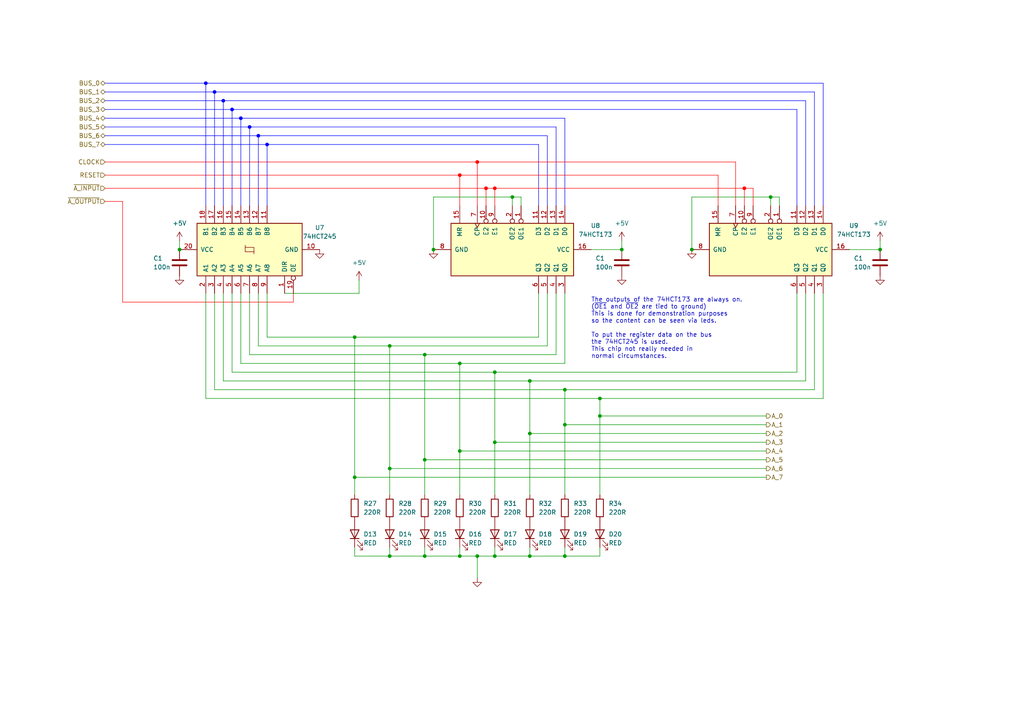
<source format=kicad_sch>
(kicad_sch (version 20230121) (generator eeschema)
  (paper "A4")
  (title_block (title "8-bit CPU") (date "2023-11-28") (rev "1.0") (company "TBR Designs"))
  (lib_symbols
    (symbol "01_my_library:74HCT245" (pin_names (offset 1.016))
      (property "Reference" "U" (at -7.62 16.51 0))
      (property "Value" "74HCT245" (at -7.62 -17.78 0))
      (symbol "74HCT245_1_0"
        (polyline (pts (xy -0.635 -1.27) (xy -0.635 1.27) (xy 0.635 1.27)))
        (polyline (pts (xy -1.27 -1.27) (xy 0.635 -1.27) (xy 0.635 1.27) (xy 1.27 1.27)))
        (pin input line (at -12.7 -10.16 0) (length 5.08) (name "DIR") (number "1"))
        (pin power_in line (at 0 -20.32 90) (length 5.08) (name "GND") (number "10"))
        (pin tri_state line (at 12.7 -5.08 180) (length 5.08) (name "B8") (number "11"))
        (pin tri_state line (at 12.7 -2.54 180) (length 5.08) (name "B7") (number "12"))
        (pin tri_state line (at 12.7 0 180) (length 5.08) (name "B6") (number "13"))
        (pin tri_state line (at 12.7 2.54 180) (length 5.08) (name "B5") (number "14"))
        (pin tri_state line (at 12.7 5.08 180) (length 5.08) (name "B4") (number "15"))
        (pin tri_state line (at 12.7 7.62 180) (length 5.08) (name "B3") (number "16"))
        (pin tri_state line (at 12.7 10.16 180) (length 5.08) (name "B2") (number "17"))
        (pin tri_state line (at 12.7 12.7 180) (length 5.08) (name "B1") (number "18"))
        (pin input inverted (at -12.7 -12.7 0) (length 5.08) (name "OE") (number "19"))
        (pin tri_state line (at -12.7 12.7 0) (length 5.08) (name "A1") (number "2"))
        (pin power_in line (at 0 20.32 270) (length 5.08) (name "VCC") (number "20"))
        (pin tri_state line (at -12.7 10.16 0) (length 5.08) (name "A2") (number "3"))
        (pin tri_state line (at -12.7 7.62 0) (length 5.08) (name "A3") (number "4"))
        (pin tri_state line (at -12.7 5.08 0) (length 5.08) (name "A4") (number "5"))
        (pin tri_state line (at -12.7 2.54 0) (length 5.08) (name "A5") (number "6"))
        (pin tri_state line (at -12.7 0 0) (length 5.08) (name "A6") (number "7"))
        (pin tri_state line (at -12.7 -2.54 0) (length 5.08) (name "A7") (number "8"))
        (pin tri_state line (at -12.7 -5.08 0) (length 5.08) (name "A8") (number "9"))
      )
      (symbol "74HCT245_1_1"
        (rectangle (start -7.62 15.24) (end 7.62 -15.24) (stroke (width 0.254)) (fill (type background)))
      )
    )
    (symbol "74xx:74LS173" (pin_names (offset 1.016))
      (property "Reference" "U" (at -7.62 19.05 0))
      (property "Value" "74LS173" (at -7.62 -19.05 0))
      (symbol "74LS173_1_0"
        (pin input inverted (at -12.7 2.54 0) (length 5.08) (name "OE1") (number "1"))
        (pin input inverted (at -12.7 -7.62 0) (length 5.08) (name "E2") (number "10"))
        (pin input line (at -12.7 7.62 0) (length 5.08) (name "D3") (number "11"))
        (pin input line (at -12.7 10.16 0) (length 5.08) (name "D2") (number "12"))
        (pin input line (at -12.7 12.7 0) (length 5.08) (name "D1") (number "13"))
        (pin input line (at -12.7 15.24 0) (length 5.08) (name "D0") (number "14"))
        (pin input line (at -12.7 -15.24 0) (length 5.08) (name "MR") (number "15"))
        (pin power_in line (at 0 22.86 270) (length 5.08) (name "VCC") (number "16"))
        (pin input inverted (at -12.7 0 0) (length 5.08) (name "OE2") (number "2"))
        (pin tri_state line (at 12.7 15.24 180) (length 5.08) (name "Q0") (number "3"))
        (pin tri_state line (at 12.7 12.7 180) (length 5.08) (name "Q1") (number "4"))
        (pin tri_state line (at 12.7 10.16 180) (length 5.08) (name "Q2") (number "5"))
        (pin tri_state line (at 12.7 7.62 180) (length 5.08) (name "Q3") (number "6"))
        (pin input clock (at -12.7 -10.16 0) (length 5.08) (name "CP") (number "7"))
        (pin power_in line (at 0 -22.86 90) (length 5.08) (name "GND") (number "8"))
        (pin input inverted (at -12.7 -5.08 0) (length 5.08) (name "E1") (number "9"))
      )
      (symbol "74LS173_1_1"
        (rectangle (start -7.62 17.78) (end 7.62 -17.78) (stroke (width 0.254)) (fill (type background)))
      )
    )
    (symbol "Device:C" (pin_numbers hide) (pin_names (offset 0.254))
      (property "Reference" "C" (at 0.635 2.54 0))
      (property "Value" "C" (at 0.635 -2.54 0))
      (symbol "C_0_1"
        (polyline (pts (xy -2.032 -0.762) (xy 2.032 -0.762)) (stroke (width 0.508)))
        (polyline (pts (xy -2.032 0.762) (xy 2.032 0.762)) (stroke (width 0.508)))
      )
      (symbol "C_1_1"
        (pin passive line (at 0 3.81 270) (length 2.794) (name "~") (number "1"))
        (pin passive line (at 0 -3.81 90) (length 2.794) (name "~") (number "2"))
      )
    )
    (symbol "Device:LED" (pin_numbers hide) (pin_names (offset 1.016) hide)
      (property "Reference" "D" (at 0 2.54 0))
      (property "Value" "LED" (at 0 -2.54 0))
      (symbol "LED_0_1"
        (polyline (pts (xy -1.27 -1.27) (xy -1.27 1.27)) (stroke (width 0.254)))
        (polyline (pts (xy -1.27 0) (xy 1.27 0)))
        (polyline (pts (xy 1.27 -1.27) (xy 1.27 1.27) (xy -1.27 0) (xy 1.27 -1.27)) (stroke (width 0.254)))
        (polyline (pts (xy -3.048 -0.762) (xy -4.572 -2.286) (xy -3.81 -2.286) (xy -4.572 -2.286) (xy -4.572 -1.524)))
        (polyline (pts (xy -1.778 -0.762) (xy -3.302 -2.286) (xy -2.54 -2.286) (xy -3.302 -2.286) (xy -3.302 -1.524)))
      )
      (symbol "LED_1_1"
        (pin passive line (at -3.81 0 0) (length 2.54) (name "K") (number "1"))
        (pin passive line (at 3.81 0 180) (length 2.54) (name "A") (number "2"))
      )
    )
    (symbol "Device:R" (pin_numbers hide) (pin_names (offset 0))
      (property "Reference" "R" (at 2.032 0 90))
      (property "Value" "R" (at 0 0 90))
      (symbol "R_0_1"
        (rectangle (start -1.016 -2.54) (end 1.016 2.54) (stroke (width 0.254)))
      )
      (symbol "R_1_1"
        (pin passive line (at 0 3.81 270) (length 1.27) (name "~") (number "1"))
        (pin passive line (at 0 -3.81 90) (length 1.27) (name "~") (number "2"))
      )
    )
    (symbol "power:+5V" (power) (pin_names (offset 0))
      (property "Value" "+5V" (at 0 3.556 0))
      (symbol "+5V_0_1"
        (polyline (pts (xy -0.762 1.27) (xy 0 2.54)))
        (polyline (pts (xy 0 0) (xy 0 2.54)))
        (polyline (pts (xy 0 2.54) (xy 0.762 1.27)))
      )
      (symbol "+5V_1_1"
        (pin power_in line (at 0 0 90) (length 0) hide (name "+5V") (number "1"))
      )
    )
    (symbol "power:GND" (power) (pin_names (offset 0))
      (property "Value" "GND" (at 0 -3.81 0))
      (symbol "GND_0_1"
        (polyline (pts (xy 0 0) (xy 0 -1.27) (xy 1.27 -1.27) (xy 0 -2.54) (xy -1.27 -1.27) (xy 0 -1.27)))
      )
      (symbol "GND_1_1"
        (pin power_in line (at 0 0 270) (length 0) hide (name "GND") (number "1"))
      )
    )
  )
  (junction (at 113.03 135.89))
  (junction (at 173.99 120.65))
  (junction (at 173.99 115.57))
  (junction (at 123.19 133.35))
  (junction (at 223.52 57.15))
  (junction (at 133.35 50.8) (color 255 0 0 1))
  (junction (at 140.97 54.61) (color 255 0 0 1))
  (junction (at 138.43 161.29))
  (junction (at 69.85 34.29) (color 0 0 255 1))
  (junction (at 215.9 54.61) (color 255 0 0 1))
  (junction (at 143.51 54.61) (color 255 0 0 1))
  (junction (at 163.83 161.29))
  (junction (at 133.35 161.29))
  (junction (at 123.19 102.87))
  (junction (at 163.83 113.03))
  (junction (at 62.23 26.67) (color 0 0 255 1))
  (junction (at 59.69 24.13) (color 0 0 255 1))
  (junction (at 67.31 31.75) (color 0 0 255 1))
  (junction (at 153.67 110.49))
  (junction (at 125.73 72.39))
  (junction (at 123.19 161.29))
  (junction (at 163.83 123.19))
  (junction (at 180.34 72.39))
  (junction (at 133.35 130.81))
  (junction (at 64.77 29.21) (color 0 0 255 1))
  (junction (at 113.03 161.29))
  (junction (at 153.67 125.73))
  (junction (at 200.66 72.39))
  (junction (at 148.59 57.15))
  (junction (at 143.51 128.27))
  (junction (at 143.51 161.29))
  (junction (at 102.87 97.79))
  (junction (at 52.07 72.39))
  (junction (at 138.43 46.99) (color 255 0 0 1))
  (junction (at 72.39 36.83) (color 0 0 255 1))
  (junction (at 77.47 41.91) (color 0 0 255 1))
  (junction (at 102.87 138.43))
  (junction (at 74.93 39.37) (color 0 0 255 1))
  (junction (at 255.27 72.39))
  (junction (at 113.03 100.33))
  (junction (at 133.35 105.41))
  (junction (at 143.51 107.95))
  (junction (at 153.67 161.29))
  (wire (pts (xy 173.99 120.65) (xy 173.99 143.51)))
  (wire (pts (xy 143.51 161.29) (xy 153.67 161.29)))
  (wire (pts (xy 148.59 57.15) (xy 125.73 57.15)))
  (wire (pts (xy 223.52 59.69) (xy 223.52 57.15)))
  (wire (pts (xy 200.66 57.15) (xy 200.66 72.39)))
  (wire (pts (xy 236.22 59.69) (xy 236.22 26.67)) (stroke (width 0) (color 0 0 255 1)))
  (wire (pts (xy 102.87 97.79) (xy 102.87 138.43)))
  (wire (pts (xy 77.47 97.79) (xy 102.87 97.79)))
  (wire (pts (xy 208.28 50.8) (xy 133.35 50.8)) (stroke (width 0) (color 255 0 0 1)))
  (wire (pts (xy 123.19 133.35) (xy 123.19 143.51)))
  (wire (pts (xy 59.69 24.13) (xy 59.69 59.69)) (stroke (width 0) (color 0 0 255 1)))
  (wire (pts (xy 163.83 123.19) (xy 222.25 123.19)))
  (wire (pts (xy 59.69 115.57) (xy 173.99 115.57)))
  (wire (pts (xy 223.52 57.15) (xy 200.66 57.15)))
  (wire (pts (xy 226.06 59.69) (xy 226.06 57.15)))
  (wire (pts (xy 133.35 105.41) (xy 133.35 130.81)))
  (wire (pts (xy 163.83 161.29) (xy 173.99 161.29)))
  (wire (pts (xy 30.48 39.37) (xy 74.93 39.37)) (stroke (width 0) (color 0 0 255 1)))
  (wire (pts (xy 236.22 26.67) (xy 62.23 26.67)) (stroke (width 0) (color 0 0 255 1)))
  (wire (pts (xy 30.48 46.99) (xy 138.43 46.99)) (stroke (width 0) (color 255 0 0 1)))
  (wire (pts (xy 140.97 54.61) (xy 30.48 54.61)) (stroke (width 0) (color 255 0 0 1)))
  (wire (pts (xy 173.99 161.29) (xy 173.99 158.75)))
  (wire (pts (xy 143.51 161.29) (xy 143.51 158.75)))
  (wire (pts (xy 74.93 85.09) (xy 74.93 100.33)))
  (wire (pts (xy 153.67 110.49) (xy 233.68 110.49)))
  (wire (pts (xy 171.45 72.39) (xy 180.34 72.39)))
  (wire (pts (xy 30.48 36.83) (xy 72.39 36.83)) (stroke (width 0) (color 0 0 255 1)))
  (wire (pts (xy 231.14 59.69) (xy 231.14 31.75)) (stroke (width 0) (color 0 0 255 1)))
  (wire (pts (xy 231.14 31.75) (xy 67.31 31.75)) (stroke (width 0) (color 0 0 255 1)))
  (wire (pts (xy 30.48 29.21) (xy 64.77 29.21)) (stroke (width 0) (color 0 0 255 1)))
  (wire (pts (xy 138.43 46.99) (xy 138.43 59.69)) (stroke (width 0) (color 255 0 0 1)))
  (wire (pts (xy 158.75 100.33) (xy 158.75 85.09)))
  (wire (pts (xy 72.39 36.83) (xy 72.39 59.69)) (stroke (width 0) (color 0 0 255 1)))
  (wire (pts (xy 213.36 59.69) (xy 213.36 46.99)) (stroke (width 0) (color 255 0 0 1)))
  (wire (pts (xy 213.36 46.99) (xy 138.43 46.99)) (stroke (width 0) (color 255 0 0 1)))
  (wire (pts (xy 156.21 59.69) (xy 156.21 41.91)) (stroke (width 0) (color 0 0 255 1)))
  (wire (pts (xy 35.56 87.63) (xy 85.09 87.63)) (stroke (width 0) (color 255 0 0 1)))
  (wire (pts (xy 113.03 161.29) (xy 113.03 158.75)))
  (wire (pts (xy 113.03 135.89) (xy 113.03 143.51)))
  (wire (pts (xy 143.51 59.69) (xy 143.51 54.61)) (stroke (width 0) (color 255 0 0 1)))
  (wire (pts (xy 74.93 100.33) (xy 113.03 100.33)))
  (wire (pts (xy 208.28 59.69) (xy 208.28 50.8)) (stroke (width 0) (color 255 0 0 1)))
  (wire (pts (xy 30.48 31.75) (xy 67.31 31.75)) (stroke (width 0) (color 0 0 255 1)))
  (wire (pts (xy 161.29 36.83) (xy 72.39 36.83)) (stroke (width 0) (color 0 0 255 1)))
  (wire (pts (xy 62.23 113.03) (xy 163.83 113.03)))
  (wire (pts (xy 133.35 130.81) (xy 133.35 143.51)))
  (wire (pts (xy 140.97 59.69) (xy 140.97 54.61)) (stroke (width 0) (color 255 0 0 1)))
  (wire (pts (xy 153.67 161.29) (xy 153.67 158.75)))
  (wire (pts (xy 138.43 167.64) (xy 138.43 161.29)))
  (wire (pts (xy 218.44 54.61) (xy 215.9 54.61)) (stroke (width 0) (color 255 0 0 1)))
  (wire (pts (xy 102.87 161.29) (xy 102.87 158.75)))
  (wire (pts (xy 74.93 39.37) (xy 74.93 59.69)) (stroke (width 0) (color 0 0 255 1)))
  (wire (pts (xy 163.83 59.69) (xy 163.83 34.29)) (stroke (width 0) (color 0 0 255 1)))
  (wire (pts (xy 133.35 50.8) (xy 133.35 59.69)) (stroke (width 0) (color 255 0 0 1)))
  (wire (pts (xy 148.59 59.69) (xy 148.59 57.15)))
  (wire (pts (xy 153.67 161.29) (xy 163.83 161.29)))
  (wire (pts (xy 156.21 97.79) (xy 156.21 85.09)))
  (wire (pts (xy 102.87 97.79) (xy 156.21 97.79)))
  (wire (pts (xy 35.56 58.42) (xy 35.56 87.63)) (stroke (width 0) (color 255 0 0 1)))
  (wire (pts (xy 123.19 102.87) (xy 123.19 133.35)))
  (wire (pts (xy 143.51 54.61) (xy 140.97 54.61)) (stroke (width 0) (color 255 0 0 1)))
  (wire (pts (xy 85.09 87.63) (xy 85.09 85.09)) (stroke (width 0) (color 255 0 0 1)))
  (wire (pts (xy 64.77 85.09) (xy 64.77 110.49)))
  (wire (pts (xy 102.87 161.29) (xy 113.03 161.29)))
  (wire (pts (xy 123.19 161.29) (xy 133.35 161.29)))
  (wire (pts (xy 246.38 72.39) (xy 255.27 72.39)))
  (wire (pts (xy 30.48 41.91) (xy 77.47 41.91)) (stroke (width 0) (color 0 0 255 1)))
  (wire (pts (xy 151.13 57.15) (xy 148.59 57.15)))
  (wire (pts (xy 67.31 107.95) (xy 143.51 107.95)))
  (wire (pts (xy 77.47 85.09) (xy 77.47 97.79)))
  (wire (pts (xy 113.03 100.33) (xy 158.75 100.33)))
  (wire (pts (xy 64.77 110.49) (xy 153.67 110.49)))
  (wire (pts (xy 233.68 110.49) (xy 233.68 85.09)))
  (wire (pts (xy 158.75 59.69) (xy 158.75 39.37)) (stroke (width 0) (color 0 0 255 1)))
  (wire (pts (xy 113.03 135.89) (xy 222.25 135.89)))
  (wire (pts (xy 82.55 85.09) (xy 104.14 85.09)))
  (wire (pts (xy 102.87 138.43) (xy 102.87 143.51)))
  (wire (pts (xy 59.69 85.09) (xy 59.69 115.57)))
  (wire (pts (xy 52.07 69.85) (xy 52.07 72.39)))
  (wire (pts (xy 125.73 57.15) (xy 125.73 72.39)))
  (wire (pts (xy 77.47 41.91) (xy 77.47 59.69)) (stroke (width 0) (color 0 0 255 1)))
  (wire (pts (xy 123.19 161.29) (xy 123.19 158.75)))
  (wire (pts (xy 163.83 34.29) (xy 69.85 34.29)) (stroke (width 0) (color 0 0 255 1)))
  (wire (pts (xy 30.48 34.29) (xy 69.85 34.29)) (stroke (width 0) (color 0 0 255 1)))
  (wire (pts (xy 156.21 41.91) (xy 77.47 41.91)) (stroke (width 0) (color 0 0 255 1)))
  (wire (pts (xy 123.19 133.35) (xy 222.25 133.35)))
  (wire (pts (xy 153.67 125.73) (xy 222.25 125.73)))
  (wire (pts (xy 222.25 120.65) (xy 173.99 120.65)))
  (wire (pts (xy 163.83 113.03) (xy 163.83 123.19)))
  (wire (pts (xy 163.83 113.03) (xy 236.22 113.03)))
  (wire (pts (xy 238.76 24.13) (xy 59.69 24.13)) (stroke (width 0) (color 0 0 255 1)))
  (wire (pts (xy 143.51 107.95) (xy 231.14 107.95)))
  (wire (pts (xy 161.29 59.69) (xy 161.29 36.83)) (stroke (width 0) (color 0 0 255 1)))
  (wire (pts (xy 143.51 128.27) (xy 222.25 128.27)))
  (wire (pts (xy 62.23 26.67) (xy 62.23 59.69)) (stroke (width 0) (color 0 0 255 1)))
  (wire (pts (xy 143.51 107.95) (xy 143.51 128.27)))
  (wire (pts (xy 231.14 107.95) (xy 231.14 85.09)))
  (wire (pts (xy 163.83 123.19) (xy 163.83 143.51)))
  (wire (pts (xy 180.34 69.85) (xy 180.34 72.39)))
  (wire (pts (xy 153.67 125.73) (xy 153.67 143.51)))
  (wire (pts (xy 163.83 105.41) (xy 163.83 85.09)))
  (wire (pts (xy 133.35 130.81) (xy 222.25 130.81)))
  (wire (pts (xy 238.76 59.69) (xy 238.76 24.13)) (stroke (width 0) (color 0 0 255 1)))
  (wire (pts (xy 158.75 39.37) (xy 74.93 39.37)) (stroke (width 0) (color 0 0 255 1)))
  (wire (pts (xy 133.35 105.41) (xy 163.83 105.41)))
  (wire (pts (xy 102.87 138.43) (xy 222.25 138.43)))
  (wire (pts (xy 30.48 26.67) (xy 62.23 26.67)) (stroke (width 0) (color 0 0 255 1)))
  (wire (pts (xy 72.39 102.87) (xy 123.19 102.87)))
  (wire (pts (xy 69.85 85.09) (xy 69.85 105.41)))
  (wire (pts (xy 69.85 105.41) (xy 133.35 105.41)))
  (wire (pts (xy 233.68 29.21) (xy 64.77 29.21)) (stroke (width 0) (color 0 0 255 1)))
  (wire (pts (xy 226.06 57.15) (xy 223.52 57.15)))
  (wire (pts (xy 30.48 24.13) (xy 59.69 24.13)) (stroke (width 0) (color 0 0 255 1)))
  (wire (pts (xy 173.99 115.57) (xy 238.76 115.57)))
  (wire (pts (xy 64.77 29.21) (xy 64.77 59.69)) (stroke (width 0) (color 0 0 255 1)))
  (wire (pts (xy 72.39 85.09) (xy 72.39 102.87)))
  (wire (pts (xy 69.85 34.29) (xy 69.85 59.69)) (stroke (width 0) (color 0 0 255 1)))
  (wire (pts (xy 67.31 85.09) (xy 67.31 107.95)))
  (wire (pts (xy 67.31 31.75) (xy 67.31 59.69)) (stroke (width 0) (color 0 0 255 1)))
  (wire (pts (xy 133.35 161.29) (xy 138.43 161.29)))
  (wire (pts (xy 173.99 115.57) (xy 173.99 120.65)))
  (wire (pts (xy 30.48 58.42) (xy 35.56 58.42)) (stroke (width 0) (color 255 0 0 1)))
  (wire (pts (xy 138.43 161.29) (xy 143.51 161.29)))
  (wire (pts (xy 143.51 128.27) (xy 143.51 143.51)))
  (wire (pts (xy 233.68 59.69) (xy 233.68 29.21)) (stroke (width 0) (color 0 0 255 1)))
  (wire (pts (xy 151.13 59.69) (xy 151.13 57.15)))
  (wire (pts (xy 30.48 50.8) (xy 133.35 50.8)) (stroke (width 0) (color 255 0 0 1)))
  (wire (pts (xy 163.83 161.29) (xy 163.83 158.75)))
  (wire (pts (xy 218.44 59.69) (xy 218.44 54.61)) (stroke (width 0) (color 255 0 0 1)))
  (wire (pts (xy 161.29 102.87) (xy 161.29 85.09)))
  (wire (pts (xy 113.03 161.29) (xy 123.19 161.29)))
  (wire (pts (xy 113.03 100.33) (xy 113.03 135.89)))
  (wire (pts (xy 215.9 59.69) (xy 215.9 54.61)) (stroke (width 0) (color 255 0 0 1)))
  (wire (pts (xy 238.76 85.09) (xy 238.76 115.57)))
  (wire (pts (xy 104.14 85.09) (xy 104.14 81.28)))
  (wire (pts (xy 215.9 54.61) (xy 143.51 54.61)) (stroke (width 0) (color 255 0 0 1)))
  (wire (pts (xy 153.67 110.49) (xy 153.67 125.73)))
  (wire (pts (xy 255.27 69.85) (xy 255.27 72.39)))
  (wire (pts (xy 62.23 85.09) (xy 62.23 113.03)))
  (wire (pts (xy 133.35 161.29) (xy 133.35 158.75)))
  (wire (pts (xy 236.22 113.03) (xy 236.22 85.09)))
  (wire (pts (xy 123.19 102.87) (xy 161.29 102.87)))
  (text "The outputs of the 74HCT173 are always on.\n(~{OE1} and ~{OE2} are tied to ground)\nThis is done for demonstration purposes\nso the content can be seen via leds.\n\nTo put the register data on the bus\nthe 74HCT245 is used.\nThis chip not really needed in\nnormal circumstances." (at 171.45 104.14 0) (effects (font (size 1.27 1.27)) (justify left bottom)))
  (hierarchical_label "A_4" (shape output) (at 222.25 130.81 0))
  (hierarchical_label "RESET" (shape input) (at 30.48 50.8 180))
  (hierarchical_label "A_7" (shape output) (at 222.25 138.43 0))
  (hierarchical_label "BUS_0" (shape bidirectional) (at 30.48 24.13 180))
  (hierarchical_label "BUS_1" (shape bidirectional) (at 30.48 26.67 180))
  (hierarchical_label "A_6" (shape output) (at 222.25 135.89 0))
  (hierarchical_label "~{A_OUTPUT}" (shape input) (at 30.48 58.42 180))
  (hierarchical_label "A_1" (shape output) (at 222.25 123.19 0))
  (hierarchical_label "BUS_6" (shape bidirectional) (at 30.48 39.37 180))
  (hierarchical_label "BUS_4" (shape bidirectional) (at 30.48 34.29 180))
  (hierarchical_label "CLOCK" (shape input) (at 30.48 46.99 180))
  (hierarchical_label "BUS_2" (shape bidirectional) (at 30.48 29.21 180))
  (hierarchical_label "A_0" (shape output) (at 222.25 120.65 0))
  (hierarchical_label "A_5" (shape output) (at 222.25 133.35 0))
  (hierarchical_label "BUS_5" (shape bidirectional) (at 30.48 36.83 180))
  (hierarchical_label "BUS_7" (shape bidirectional) (at 30.48 41.91 180))
  (hierarchical_label "BUS_3" (shape bidirectional) (at 30.48 31.75 180))
  (hierarchical_label "~{A_INPUT}" (shape input) (at 30.48 54.61 180))
  (hierarchical_label "A_3" (shape output) (at 222.25 128.27 0))
  (hierarchical_label "A_2" (shape output) (at 222.25 125.73 0))
  (symbol (lib_id "Device:LED") (at 143.51 154.94 90) (unit 1)
    (property "Reference" "D17" (at 146.05 154.94 90) (effects (justify right)))
    (property "Value" "RED" (at 146.05 157.48 90) (effects (justify right)))
    (property "Footprint" "LED_THT:LED_D5.0mm" (effects hide))
  )
  (symbol (lib_id "Device:C") (at 255.27 76.2 0) (unit 1)
    (property "Reference" "C1" (at 247.65 74.93 0) (effects (justify left)))
    (property "Value" "100n" (at 247.65 77.47 0) (effects (justify left)))
    (property "Footprint" "01_my_library:C_Disc_D4.0mm_W2.6mm_P2.50mm" (effects hide))
    (instances (project "8-bit-cpu" (path "" (reference "C1") (unit 1)) (path "" (reference "C15") (unit 1)) (path "" (reference "C17") (unit 1))))
  )
  (symbol (lib_id "Device:R") (at 153.67 147.32 0) (unit 1)
    (property "Reference" "R32" (at 156.21 146.05 0) (effects (justify left)))
    (property "Value" "220R" (at 156.21 148.59 0) (effects (justify left)))
    (property "Footprint" "Resistor_THT:R_Axial_DIN0204_L3.6mm_D1.6mm_P7.62mm_Horizontal" (effects hide))
    (instances (project "8-bit-cpu" (path "" (reference "R32") (unit 1)) (path "" (reference "R24") (unit 1))))
  )
  (symbol (lib_id "Device:LED") (at 173.99 154.94 90) (unit 1)
    (property "Reference" "D20" (at 176.53 154.94 90) (effects (justify right)))
    (property "Value" "RED" (at 176.53 157.48 90) (effects (justify right)))
    (property "Footprint" "LED_THT:LED_D5.0mm" (effects hide))
  )
  (symbol (lib_id "power:GND") (at 138.43 167.64 0) (unit 1)
    (property "Reference" "#PWR048" (effects hide))
    (property "Value" "GND" (effects hide))
    (instances (project "8-bit-cpu" (path "" (reference "#PWR048") (unit 1)) (path "" (reference "#PWR051") (unit 1))))
  )
  (symbol (lib_id "Device:C") (at 52.07 76.2 0) (unit 1)
    (property "Reference" "C1" (at 44.45 74.93 0) (effects (justify left)))
    (property "Value" "100n" (at 44.45 77.47 0) (effects (justify left)))
    (property "Footprint" "01_my_library:C_Disc_D4.0mm_W2.6mm_P2.50mm" (effects hide))
    (instances (project "8-bit-cpu" (path "" (reference "C1") (unit 1)) (path "" (reference "C13") (unit 1)) (path "" (reference "C15") (unit 1))))
  )
  (symbol (lib_id "power:GND") (at 52.07 80.01 0) (unit 1)
    (property "Reference" "#PWR03" (effects hide))
    (property "Value" "GND" (effects hide))
    (instances (project "8-bit-cpu" (path "" (reference "#PWR03") (unit 1)) (path "" (reference "#PWR044") (unit 1)) (path "" (reference "#PWR047") (unit 1))))
  )
  (symbol (lib_id "Device:LED") (at 153.67 154.94 90) (unit 1)
    (property "Reference" "D18" (at 156.21 154.94 90) (effects (justify right)))
    (property "Value" "RED" (at 156.21 157.48 90) (effects (justify right)))
    (property "Footprint" "LED_THT:LED_D5.0mm" (effects hide))
  )
  (symbol (lib_id "Device:R") (at 102.87 147.32 0) (unit 1)
    (property "Reference" "R27" (at 105.41 146.05 0) (effects (justify left)))
    (property "Value" "220R" (at 105.41 148.59 0) (effects (justify left)))
    (property "Footprint" "Resistor_THT:R_Axial_DIN0204_L3.6mm_D1.6mm_P7.62mm_Horizontal" (effects hide))
    (instances (project "8-bit-cpu" (path "" (reference "R27") (unit 1)) (path "" (reference "R19") (unit 1))))
  )
  (symbol (lib_id "power:GND") (at 125.73 72.39 0) (unit 1)
    (property "Reference" "#PWR042" (effects hide))
    (property "Value" "GND" (effects hide))
    (instances (project "8-bit-cpu" (path "" (reference "#PWR042") (unit 1)) (path "" (reference "#PWR050") (unit 1))))
  )
  (symbol (lib_id "Device:LED") (at 102.87 154.94 90) (unit 1)
    (property "Reference" "D13" (at 105.41 154.94 90) (effects (justify right)))
    (property "Value" "RED" (at 105.41 157.48 90) (effects (justify right)))
    (property "Footprint" "LED_THT:LED_D5.0mm" (effects hide))
  )
  (symbol (lib_id "74xx:74LS173") (at 148.59 72.39 270) (unit 1)
    (property "Reference" "U8" (at 172.72 65.4619 90))
    (property "Value" "74HCT173" (at 172.72 68.0019 90))
    (property "Footprint" "Package_DIP:DIP-16_W7.62mm" (effects hide))
    (property "Datasheet" "http://www.ti.com/lit/gpn/sn74LS173" (effects hide))
    (instances (project "8-bit-cpu" (path "" (reference "U8") (unit 1)) (path "" (reference "U11") (unit 1))))
  )
  (symbol (lib_id "Device:LED") (at 133.35 154.94 90) (unit 1)
    (property "Reference" "D16" (at 135.89 154.94 90) (effects (justify right)))
    (property "Value" "RED" (at 135.89 157.48 90) (effects (justify right)))
    (property "Footprint" "LED_THT:LED_D5.0mm" (effects hide))
  )
  (symbol (lib_id "Device:R") (at 123.19 147.32 0) (unit 1)
    (property "Reference" "R29" (at 125.73 146.05 0) (effects (justify left)))
    (property "Value" "220R" (at 125.73 148.59 0) (effects (justify left)))
    (property "Footprint" "Resistor_THT:R_Axial_DIN0204_L3.6mm_D1.6mm_P7.62mm_Horizontal" (effects hide))
    (instances (project "8-bit-cpu" (path "" (reference "R29") (unit 1)) (path "" (reference "R21") (unit 1))))
  )
  (symbol (lib_id "power:GND") (at 255.27 80.01 0) (unit 1)
    (property "Reference" "#PWR03" (effects hide))
    (property "Value" "GND" (effects hide))
    (instances (project "8-bit-cpu" (path "" (reference "#PWR03") (unit 1)) (path "" (reference "#PWR046") (unit 1)) (path "" (reference "#PWR056") (unit 1))))
  )
  (symbol (lib_id "power:GND") (at 180.34 80.01 0) (unit 1)
    (property "Reference" "#PWR03" (effects hide))
    (property "Value" "GND" (effects hide))
    (instances (project "8-bit-cpu" (path "" (reference "#PWR03") (unit 1)) (path "" (reference "#PWR045") (unit 1)) (path "" (reference "#PWR053") (unit 1))))
  )
  (symbol (lib_id "Device:R") (at 113.03 147.32 0) (unit 1)
    (property "Reference" "R28" (at 115.57 146.05 0) (effects (justify left)))
    (property "Value" "220R" (at 115.57 148.59 0) (effects (justify left)))
    (property "Footprint" "Resistor_THT:R_Axial_DIN0204_L3.6mm_D1.6mm_P7.62mm_Horizontal" (effects hide))
    (instances (project "8-bit-cpu" (path "" (reference "R28") (unit 1)) (path "" (reference "R20") (unit 1))))
  )
  (symbol (lib_id "power:+5V") (at 104.14 81.28 0) (unit 1)
    (property "Reference" "#PWR047" (effects hide))
    (property "Value" "+5V" (at 104.14 76.2 0))
    (instances (project "8-bit-cpu" (path "" (reference "#PWR047") (unit 1)) (path "" (reference "#PWR049") (unit 1))))
  )
  (symbol (lib_id "Device:R") (at 163.83 147.32 0) (unit 1)
    (property "Reference" "R33" (at 166.37 146.05 0) (effects (justify left)))
    (property "Value" "220R" (at 166.37 148.59 0) (effects (justify left)))
    (property "Footprint" "Resistor_THT:R_Axial_DIN0204_L3.6mm_D1.6mm_P7.62mm_Horizontal" (effects hide))
    (instances (project "8-bit-cpu" (path "" (reference "R33") (unit 1)) (path "" (reference "R25") (unit 1))))
  )
  (symbol (lib_id "power:+5V") (at 255.27 69.85 0) (unit 1)
    (property "Reference" "#PWR040" (effects hide))
    (property "Value" "+5V" (at 255.27 64.77 0))
    (instances (project "8-bit-cpu" (path "" (reference "#PWR040") (unit 1)) (path "" (reference "#PWR055") (unit 1))))
  )
  (symbol (lib_id "Device:R") (at 133.35 147.32 0) (unit 1)
    (property "Reference" "R30" (at 135.89 146.05 0) (effects (justify left)))
    (property "Value" "220R" (at 135.89 148.59 0) (effects (justify left)))
    (property "Footprint" "Resistor_THT:R_Axial_DIN0204_L3.6mm_D1.6mm_P7.62mm_Horizontal" (effects hide))
    (instances (project "8-bit-cpu" (path "" (reference "R30") (unit 1)) (path "" (reference "R22") (unit 1))))
  )
  (symbol (lib_id "power:GND") (at 92.71 72.39 0) (unit 1)
    (property "Reference" "#PWR041" (effects hide))
    (property "Value" "GND" (effects hide))
    (instances (project "8-bit-cpu" (path "" (reference "#PWR041") (unit 1)) (path "" (reference "#PWR048") (unit 1))))
  )
  (symbol (lib_id "Device:LED") (at 163.83 154.94 90) (unit 1)
    (property "Reference" "D19" (at 166.37 154.94 90) (effects (justify right)))
    (property "Value" "RED" (at 166.37 157.48 90) (effects (justify right)))
    (property "Footprint" "LED_THT:LED_D5.0mm" (effects hide))
  )
  (symbol (lib_id "power:+5V") (at 52.07 69.85 0) (unit 1)
    (property "Reference" "#PWR038" (effects hide))
    (property "Value" "+5V" (at 52.07 64.77 0))
    (instances (project "8-bit-cpu" (path "" (reference "#PWR038") (unit 1)) (path "" (reference "#PWR046") (unit 1))))
  )
  (symbol (lib_id "Device:R") (at 143.51 147.32 0) (unit 1)
    (property "Reference" "R31" (at 146.05 146.05 0) (effects (justify left)))
    (property "Value" "220R" (at 146.05 148.59 0) (effects (justify left)))
    (property "Footprint" "Resistor_THT:R_Axial_DIN0204_L3.6mm_D1.6mm_P7.62mm_Horizontal" (effects hide))
    (instances (project "8-bit-cpu" (path "" (reference "R31") (unit 1)) (path "" (reference "R23") (unit 1))))
  )
  (symbol (lib_id "Device:C") (at 180.34 76.2 0) (unit 1)
    (property "Reference" "C1" (at 172.72 74.93 0) (effects (justify left)))
    (property "Value" "100n" (at 172.72 77.47 0) (effects (justify left)))
    (property "Footprint" "01_my_library:C_Disc_D4.0mm_W2.6mm_P2.50mm" (effects hide))
    (instances (project "8-bit-cpu" (path "" (reference "C1") (unit 1)) (path "" (reference "C14") (unit 1)) (path "" (reference "C16") (unit 1))))
  )
  (symbol (lib_id "power:+5V") (at 180.34 69.85 0) (unit 1)
    (property "Reference" "#PWR039" (effects hide))
    (property "Value" "+5V" (at 180.34 64.77 0))
    (instances (project "8-bit-cpu" (path "" (reference "#PWR039") (unit 1)) (path "" (reference "#PWR052") (unit 1))))
  )
  (symbol (lib_id "74xx:74LS173") (at 223.52 72.39 270) (unit 1)
    (property "Reference" "U9" (at 247.65 65.4619 90))
    (property "Value" "74HCT173" (at 247.65 68.0019 90))
    (property "Footprint" "Package_DIP:DIP-16_W7.62mm" (effects hide))
    (property "Datasheet" "http://www.ti.com/lit/gpn/sn74LS173" (effects hide))
    (instances (project "8-bit-cpu" (path "" (reference "U9") (unit 1)) (path "" (reference "U12") (unit 1))))
  )
  (symbol (lib_id "Device:R") (at 173.99 147.32 0) (unit 1)
    (property "Reference" "R34" (at 176.53 146.05 0) (effects (justify left)))
    (property "Value" "220R" (at 176.53 148.59 0) (effects (justify left)))
    (property "Footprint" "Resistor_THT:R_Axial_DIN0204_L3.6mm_D1.6mm_P7.62mm_Horizontal" (effects hide))
    (instances (project "8-bit-cpu" (path "" (reference "R34") (unit 1)) (path "" (reference "R26") (unit 1))))
  )
  (symbol (lib_id "01_my_library:74HCT245") (at 72.39 72.39 90) (unit 1)
    (property "Reference" "U7" (at 92.71 66.04 90))
    (property "Value" "74HCT245" (at 92.71 68.58 90))
    (property "Footprint" "Package_DIP:DIP-20_W7.62mm" (effects hide))
    (property "Datasheet" "https://www.ti.com/lit/ds/symlink/sn74hct245.pdf?ts=1702763405638&ref_url=https%253A%252F%252Fwww.google.com%252F" (effects hide))
    (instances (project "8-bit-cpu" (path "" (reference "U7") (unit 1)) (path "" (reference "U10") (unit 1))))
  )
  (symbol (lib_id "Device:LED") (at 123.19 154.94 90) (unit 1)
    (property "Reference" "D15" (at 125.73 154.94 90) (effects (justify right)))
    (property "Value" "RED" (at 125.73 157.48 90) (effects (justify right)))
    (property "Footprint" "LED_THT:LED_D5.0mm" (effects hide))
  )
  (symbol (lib_id "Device:LED") (at 113.03 154.94 90) (unit 1)
    (property "Reference" "D14" (at 115.57 154.94 90) (effects (justify right)))
    (property "Value" "RED" (at 115.57 157.48 90) (effects (justify right)))
    (property "Footprint" "LED_THT:LED_D5.0mm" (effects hide))
  )
  (symbol (lib_id "power:GND") (at 200.66 72.39 0) (unit 1)
    (property "Reference" "#PWR043" (effects hide))
    (property "Value" "GND" (effects hide))
    (instances (project "8-bit-cpu" (path "" (reference "#PWR043") (unit 1)) (path "" (reference "#PWR054") (unit 1))))
  )
)
</source>
